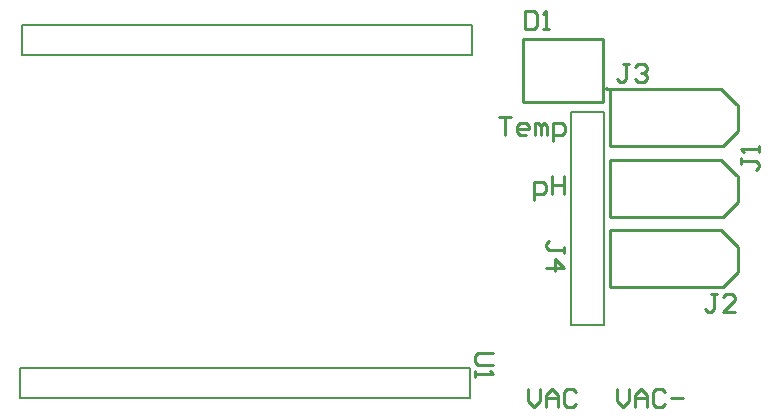
<source format=gto>
G04 Layer_Color=15132400*
%FSLAX24Y24*%
%MOIN*%
G70*
G01*
G75*
%ADD11C,0.0079*%
%ADD25C,0.0100*%
%ADD26C,0.0080*%
D11*
X30945Y14724D02*
X32047D01*
Y21811D01*
X30945D02*
X32047D01*
X30945Y14724D02*
Y21811D01*
D25*
X32205Y22598D02*
G03*
X32205Y22598I-39J0D01*
G01*
X29370Y22165D02*
Y22323D01*
X32008Y22165D02*
Y22323D01*
X29370Y22165D02*
X32008D01*
X29370Y24252D02*
X32008D01*
Y22323D02*
Y24252D01*
X29370Y22323D02*
Y24252D01*
X32265Y16879D02*
Y16929D01*
X33465Y15979D02*
X33615D01*
X32265D02*
Y16879D01*
Y15979D02*
X35465D01*
X32265Y17879D02*
X33515D01*
X32265Y16929D02*
Y17879D01*
X35465Y15979D02*
X36015D01*
X36515Y16479D01*
X33515Y17879D02*
X35965D01*
X36465Y17379D01*
X36515Y17329D01*
Y16479D02*
Y17329D01*
X32265Y21604D02*
Y21654D01*
X33465Y20704D02*
X33615D01*
X32265D02*
Y21604D01*
Y20704D02*
X35465D01*
X32265Y22604D02*
X33515D01*
X32265Y21654D02*
Y22604D01*
X35465Y20704D02*
X36015D01*
X36515Y21204D01*
X33515Y22604D02*
X35965D01*
X36465Y22104D01*
X36515Y22054D01*
Y21204D02*
Y22054D01*
X32265Y19241D02*
Y19291D01*
X33465Y18341D02*
X33615D01*
X32265D02*
Y19241D01*
Y18341D02*
X35465D01*
X32265Y20241D02*
X33515D01*
X32265Y19291D02*
Y20241D01*
X35465Y18341D02*
X36015D01*
X36515Y18841D01*
X33515Y20241D02*
X35965D01*
X36465Y19741D01*
X36515Y19691D01*
Y18841D02*
Y19691D01*
X29724Y18895D02*
Y19494D01*
X30024D01*
X30124Y19394D01*
Y19194D01*
X30024Y19094D01*
X29724D01*
X30324Y19694D02*
Y19094D01*
Y19394D01*
X30724D01*
Y19694D01*
Y19094D01*
X28543Y21663D02*
X28943D01*
X28743D01*
Y21063D01*
X29443D02*
X29243D01*
X29143Y21163D01*
Y21363D01*
X29243Y21463D01*
X29443D01*
X29543Y21363D01*
Y21263D01*
X29143D01*
X29743Y21063D02*
Y21463D01*
X29843D01*
X29943Y21363D01*
Y21063D01*
Y21363D01*
X30043Y21463D01*
X30143Y21363D01*
Y21063D01*
X30343Y20863D02*
Y21463D01*
X30643D01*
X30743Y21363D01*
Y21163D01*
X30643Y21063D01*
X30343D01*
X29419Y25198D02*
Y24598D01*
X29719D01*
X29819Y24698D01*
Y25098D01*
X29719Y25198D01*
X29419D01*
X30018Y24598D02*
X30218D01*
X30118D01*
Y25198D01*
X30018Y25098D01*
X30718Y17120D02*
Y17320D01*
Y17220D01*
X30218D01*
X30118Y17320D01*
Y17420D01*
X30218Y17520D01*
X30118Y16620D02*
X30718D01*
X30418Y16920D01*
Y16520D01*
X35833Y15757D02*
X35633D01*
X35733D01*
Y15257D01*
X35633Y15157D01*
X35533D01*
X35433Y15257D01*
X36433Y15157D02*
X36033D01*
X36433Y15557D01*
Y15657D01*
X36333Y15757D01*
X36133D01*
X36033Y15657D01*
X32880Y23434D02*
X32680D01*
X32780D01*
Y22935D01*
X32680Y22835D01*
X32580D01*
X32480Y22935D01*
X33080Y23334D02*
X33180Y23434D01*
X33380D01*
X33480Y23334D01*
Y23235D01*
X33380Y23135D01*
X33280D01*
X33380D01*
X33480Y23035D01*
Y22935D01*
X33380Y22835D01*
X33180D01*
X33080Y22935D01*
X36605Y20282D02*
Y20082D01*
Y20182D01*
X37105D01*
X37205Y20082D01*
Y19982D01*
X37105Y19882D01*
X37205Y20482D02*
Y20682D01*
Y20582D01*
X36605D01*
X36705Y20482D01*
X28356Y13780D02*
X27856D01*
X27756Y13680D01*
Y13480D01*
X27856Y13380D01*
X28356D01*
X27756Y13180D02*
Y12980D01*
Y13080D01*
X28356D01*
X28256Y13180D01*
X29528Y12608D02*
Y12208D01*
X29727Y12008D01*
X29927Y12208D01*
Y12608D01*
X30127Y12008D02*
Y12408D01*
X30327Y12608D01*
X30527Y12408D01*
Y12008D01*
Y12308D01*
X30127D01*
X31127Y12508D02*
X31027Y12608D01*
X30827D01*
X30727Y12508D01*
Y12108D01*
X30827Y12008D01*
X31027D01*
X31127Y12108D01*
X32480Y12608D02*
Y12208D01*
X32680Y12008D01*
X32880Y12208D01*
Y12608D01*
X33080Y12008D02*
Y12408D01*
X33280Y12608D01*
X33480Y12408D01*
Y12008D01*
Y12308D01*
X33080D01*
X34080Y12508D02*
X33980Y12608D01*
X33780D01*
X33680Y12508D01*
Y12108D01*
X33780Y12008D01*
X33980D01*
X34080Y12108D01*
X34280Y12308D02*
X34680D01*
D26*
X12665Y23713D02*
Y24713D01*
X27665D01*
Y23713D02*
Y24713D01*
X12665Y23713D02*
X27665D01*
X12579Y12295D02*
Y13295D01*
X27579D01*
Y12295D02*
Y13295D01*
X12579Y12295D02*
X27579D01*
M02*

</source>
